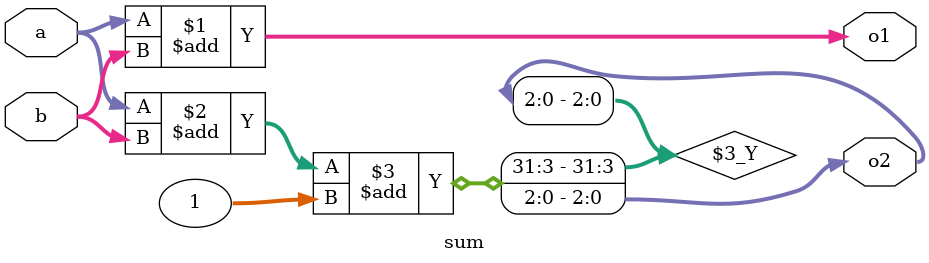
<source format=v>
module sum (
  input  [1:0] a,
  input  [1:0] b,
  output [2:0] o1,
  output [2:0] o2
);

assign o1 = a + b;
assign o2 = a + b + 1;

endmodule

</source>
